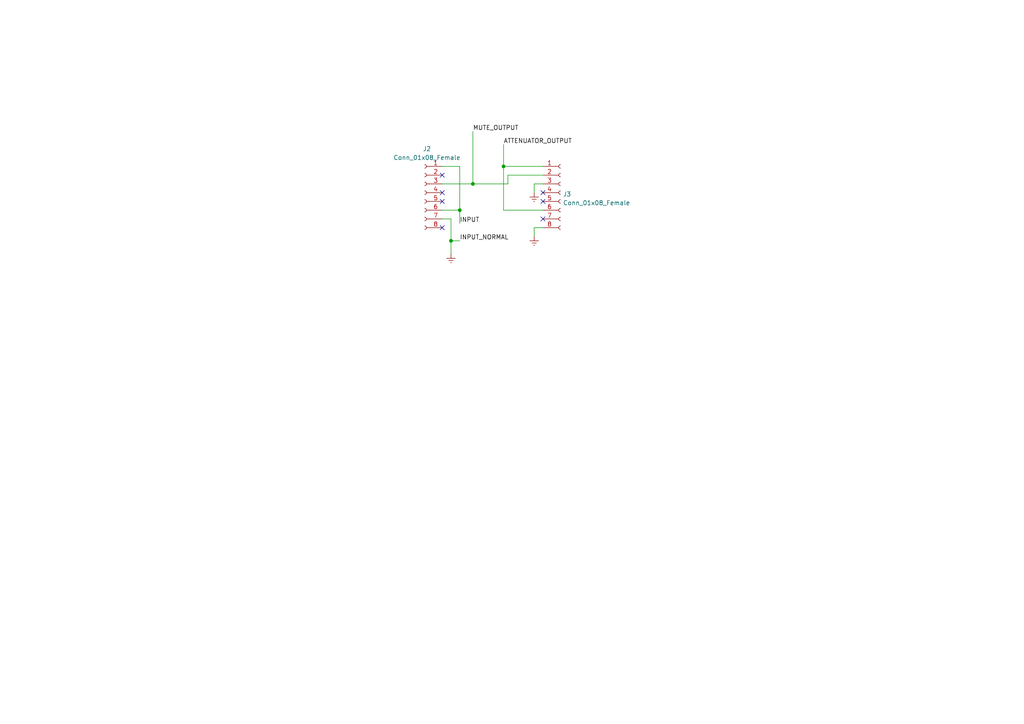
<source format=kicad_sch>
(kicad_sch (version 20211123) (generator eeschema)
  (paper "A4")
  (lib_symbols
    (symbol "Connector:Conn_01x08_Female" (pin_names (offset 1.016) hide)
      (property "Reference" "J" (at 0 10.16 0))
      (property "Value" "Conn_01x08_Female" (at 0 -12.7 0))
      (symbol "Conn_01x08_Female_1_1"
        (arc (start 0 -9.652) (mid -0.508 -10.16) (end 0 -10.668) (stroke (width 0.1524)))
        (arc (start 0 -7.112) (mid -0.508 -7.62) (end 0 -8.128) (stroke (width 0.1524)))
        (arc (start 0 -4.572) (mid -0.508 -5.08) (end 0 -5.588) (stroke (width 0.1524)))
        (arc (start 0 -2.032) (mid -0.508 -2.54) (end 0 -3.048) (stroke (width 0.1524)))
        (polyline (pts (xy -1.27 -10.16) (xy -0.508 -10.16)) (stroke (width 0.1524)))
        (polyline (pts (xy -1.27 -7.62) (xy -0.508 -7.62)) (stroke (width 0.1524)))
        (polyline (pts (xy -1.27 -5.08) (xy -0.508 -5.08)) (stroke (width 0.1524)))
        (polyline (pts (xy -1.27 -2.54) (xy -0.508 -2.54)) (stroke (width 0.1524)))
        (polyline (pts (xy -1.27 0) (xy -0.508 0)) (stroke (width 0.1524)))
        (polyline (pts (xy -1.27 2.54) (xy -0.508 2.54)) (stroke (width 0.1524)))
        (polyline (pts (xy -1.27 5.08) (xy -0.508 5.08)) (stroke (width 0.1524)))
        (polyline (pts (xy -1.27 7.62) (xy -0.508 7.62)) (stroke (width 0.1524)))
        (arc (start 0 0.508) (mid -0.508 0) (end 0 -0.508) (stroke (width 0.1524)))
        (arc (start 0 3.048) (mid -0.508 2.54) (end 0 2.032) (stroke (width 0.1524)))
        (arc (start 0 5.588) (mid -0.508 5.08) (end 0 4.572) (stroke (width 0.1524)))
        (arc (start 0 8.128) (mid -0.508 7.62) (end 0 7.112) (stroke (width 0.1524)))
        (pin passive line (at -5.08 7.62 0) (length 3.81) (name "Pin_1") (number "1"))
        (pin passive line (at -5.08 5.08 0) (length 3.81) (name "Pin_2") (number "2"))
        (pin passive line (at -5.08 2.54 0) (length 3.81) (name "Pin_3") (number "3"))
        (pin passive line (at -5.08 0 0) (length 3.81) (name "Pin_4") (number "4"))
        (pin passive line (at -5.08 -2.54 0) (length 3.81) (name "Pin_5") (number "5"))
        (pin passive line (at -5.08 -5.08 0) (length 3.81) (name "Pin_6") (number "6"))
        (pin passive line (at -5.08 -7.62 0) (length 3.81) (name "Pin_7") (number "7"))
        (pin passive line (at -5.08 -10.16 0) (length 3.81) (name "Pin_8") (number "8"))
      )
    )
    (symbol "power:Earth" (power) (pin_names (offset 0))
      (symbol "Earth_0_1"
        (polyline (pts (xy -0.635 -1.905) (xy 0.635 -1.905)))
        (polyline (pts (xy -0.127 -2.54) (xy 0.127 -2.54)))
        (polyline (pts (xy 0 -1.27) (xy 0 0)))
        (polyline (pts (xy 1.27 -1.27) (xy -1.27 -1.27)))
      )
      (symbol "Earth_1_1"
        (pin power_in line (at 0 0 270) (length 0) hide (name "Earth") (number "1"))
      )
    )
  )
  (junction (at 133.35 60.96))
  (junction (at 137.16 53.34))
  (junction (at 130.81 69.85))
  (junction (at 146.05 48.26))
  (no_connect (at 128.27 66.04))
  (no_connect (at 128.27 50.8))
  (no_connect (at 128.27 55.88))
  (no_connect (at 128.27 58.42))
  (no_connect (at 157.48 63.5))
  (no_connect (at 157.48 58.42))
  (no_connect (at 157.48 55.88))
  (wire (pts (xy 133.35 60.96) (xy 133.35 64.77)))
  (wire (pts (xy 157.48 50.8) (xy 147.32 50.8)))
  (wire (pts (xy 154.94 68.58) (xy 154.94 66.04)))
  (wire (pts (xy 133.35 60.96) (xy 133.35 48.26)))
  (wire (pts (xy 133.35 48.26) (xy 128.27 48.26)))
  (wire (pts (xy 157.48 60.96) (xy 146.05 60.96)))
  (wire (pts (xy 154.94 53.34) (xy 157.48 53.34)))
  (wire (pts (xy 137.16 38.1) (xy 137.16 53.34)))
  (wire (pts (xy 146.05 48.26) (xy 157.48 48.26)))
  (wire (pts (xy 130.81 69.85) (xy 130.81 63.5)))
  (wire (pts (xy 130.81 73.66) (xy 130.81 69.85)))
  (wire (pts (xy 147.32 50.8) (xy 147.32 53.34)))
  (wire (pts (xy 137.16 53.34) (xy 147.32 53.34)))
  (wire (pts (xy 154.94 55.88) (xy 154.94 53.34)))
  (wire (pts (xy 130.81 69.85) (xy 133.35 69.85)))
  (wire (pts (xy 130.81 63.5) (xy 128.27 63.5)))
  (wire (pts (xy 146.05 41.91) (xy 146.05 48.26)))
  (wire (pts (xy 146.05 60.96) (xy 146.05 48.26)))
  (wire (pts (xy 154.94 66.04) (xy 157.48 66.04)))
  (wire (pts (xy 137.16 53.34) (xy 128.27 53.34)))
  (wire (pts (xy 128.27 60.96) (xy 133.35 60.96)))
  (label "INPUT_NORMAL" (at 133.35 69.85 0))
  (label "ATTENUATOR_OUTPUT" (at 146.05 41.91 0))
  (label "INPUT" (at 133.35 64.77 0))
  (label "MUTE_OUTPUT" (at 137.16 38.1 0))
  (symbol (lib_id "Connector:Conn_01x08_Female") (at 162.56 55.88 0) (unit 1)
    (property "Reference" "J3" (at 163.2712 56.3153 0) (effects (justify left)))
    (property "Value" "Conn_01x08_Female" (at 163.2712 58.8522 0) (effects (justify left)))
    (property "Footprint" "Connector_PinSocket_2.54mm:PinSocket_1x08_P2.54mm_Vertical" (effects hide))
  )
  (symbol (lib_id "power:Earth") (at 154.94 68.58 0) (unit 1)
    (property "Reference" "#PWR?" (effects hide))
    (property "Value" "Earth" (effects hide))
  )
  (symbol (lib_id "power:Earth") (at 154.94 55.88 0) (unit 1)
    (property "Reference" "#PWR?" (effects hide))
    (property "Value" "Earth" (effects hide))
  )
  (symbol (lib_id "Connector:Conn_01x08_Female") (at 123.19 55.88 0) (mirror y) (unit 1)
    (property "Reference" "J2" (at 123.825 43.18 0))
    (property "Value" "Conn_01x08_Female" (at 123.825 45.72 0))
    (property "Footprint" "Connector_PinSocket_2.54mm:PinSocket_1x08_P2.54mm_Vertical" (effects hide))
  )
  (symbol (lib_id "power:Earth") (at 130.81 73.66 0) (mirror y) (unit 1)
    (property "Reference" "#PWR?" (effects hide))
    (property "Value" "Earth" (effects hide))
  )
)
</source>
